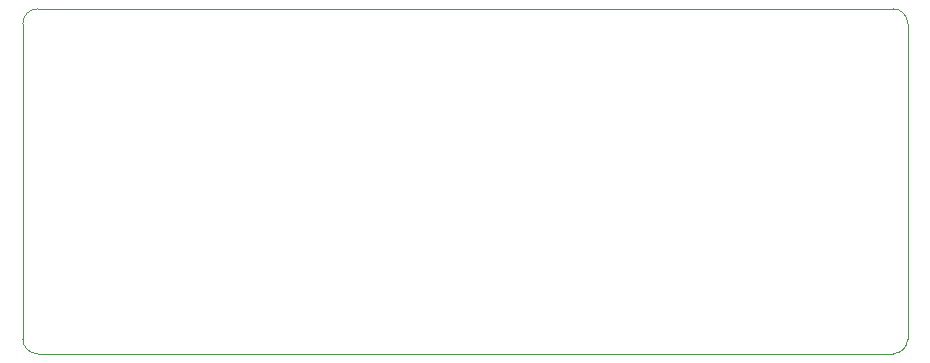
<source format=gbr>
%TF.GenerationSoftware,KiCad,Pcbnew,(6.0.10)*%
%TF.CreationDate,2023-02-28T00:06:53+13:00*%
%TF.ProjectId,video,76696465-6f2e-46b6-9963-61645f706362,rev?*%
%TF.SameCoordinates,Original*%
%TF.FileFunction,Profile,NP*%
%FSLAX46Y46*%
G04 Gerber Fmt 4.6, Leading zero omitted, Abs format (unit mm)*
G04 Created by KiCad (PCBNEW (6.0.10)) date 2023-02-28 00:06:53*
%MOMM*%
%LPD*%
G01*
G04 APERTURE LIST*
%TA.AperFunction,Profile*%
%ADD10C,0.100000*%
%TD*%
G04 APERTURE END LIST*
D10*
X46990000Y-109220000D02*
G75*
G03*
X48260000Y-110490000I1270000J0D01*
G01*
X48260000Y-81280000D02*
G75*
G03*
X46990000Y-82550000I0J-1270000D01*
G01*
X121920000Y-82550000D02*
X121920000Y-109220000D01*
X121920000Y-82550000D02*
G75*
G03*
X120650000Y-81280000I-1270000J0D01*
G01*
X120650000Y-110490000D02*
G75*
G03*
X121920000Y-109220000I0J1270000D01*
G01*
X48260000Y-81280000D02*
X120650000Y-81280000D01*
X46990000Y-109220000D02*
X46990000Y-82550000D01*
X120650000Y-110490000D02*
X48260000Y-110490000D01*
M02*

</source>
